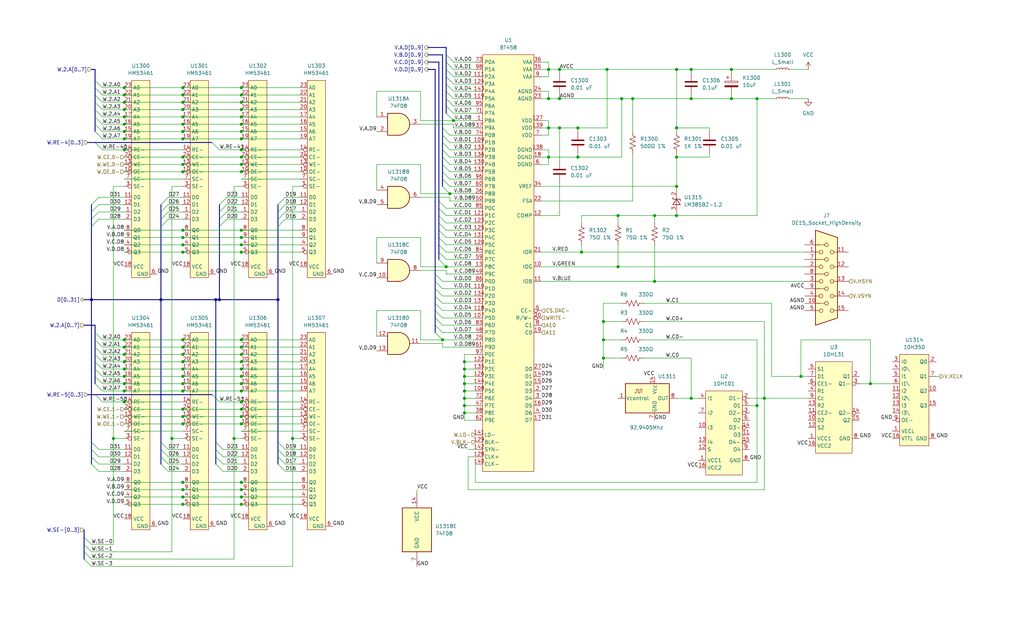
<source format=kicad_sch>
(kicad_sch (version 20250114) (generator "eeschema") (generator_version "9.0")
  (paper "USLegal")
  (junction (at 63.5 43.18))
  (junction (at 83.82 48.26))
  (junction (at 302.26 133.35))
  (junction (at 31.75 104.14))
  (junction (at 63.5 172.72))
  (junction (at 63.5 130.81))
  (junction (at 227.33 97.79))
  (junction (at 43.18 38.1))
  (junction (at 194.31 34.29))
  (junction (at 201.93 87.63))
  (junction (at 101.6 152.4))
  (junction (at 83.82 123.19))
  (junction (at 43.18 139.7))
  (junction (at 254 34.29))
  (junction (at 161.29 135.89))
  (junction (at 63.5 142.24))
  (junction (at 63.5 80.01))
  (junction (at 59.69 152.4))
  (junction (at 83.82 130.81))
  (junction (at 83.82 30.48))
  (junction (at 43.18 43.18))
  (junction (at 83.82 59.69))
  (junction (at 83.82 128.27))
  (junction (at 83.82 80.01))
  (junction (at 43.18 40.64))
  (junction (at 43.18 52.07))
  (junction (at 262.89 34.29))
  (junction (at 265.43 138.43))
  (junction (at 83.82 57.15))
  (junction (at 83.82 120.65))
  (junction (at 200.66 44.45))
  (junction (at 63.5 125.73))
  (junction (at 63.5 54.61))
  (junction (at 83.82 82.55))
  (junction (at 43.18 128.27))
  (junction (at 190.5 34.29))
  (junction (at 96.52 104.14))
  (junction (at 83.82 170.18))
  (junction (at 74.93 104.14))
  (junction (at 83.82 172.72))
  (junction (at 83.82 87.63))
  (junction (at 161.29 143.51))
  (junction (at 63.5 128.27))
  (junction (at 154.94 92.71))
  (junction (at 63.5 82.55))
  (junction (at 63.5 123.19))
  (junction (at 39.37 152.4))
  (junction (at 43.18 120.65))
  (junction (at 214.63 74.93))
  (junction (at 76.2 104.14))
  (junction (at 63.5 38.1))
  (junction (at 194.31 44.45))
  (junction (at 83.82 54.61))
  (junction (at 219.71 34.29))
  (junction (at 234.95 44.45))
  (junction (at 83.82 35.56))
  (junction (at 81.28 152.4))
  (junction (at 83.82 85.09))
  (junction (at 43.18 133.35))
  (junction (at 156.21 67.31))
  (junction (at 63.5 144.78))
  (junction (at 63.5 45.72))
  (junction (at 83.82 133.35))
  (junction (at 63.5 85.09))
  (junction (at 83.82 139.7))
  (junction (at 210.82 24.13))
  (junction (at 63.5 147.32))
  (junction (at 161.29 140.97))
  (junction (at 63.5 33.02))
  (junction (at 161.29 128.27))
  (junction (at 190.5 24.13))
  (junction (at 278.13 130.81))
  (junction (at 254 24.13))
  (junction (at 43.18 35.56))
  (junction (at 63.5 57.15))
  (junction (at 83.82 125.73))
  (junction (at 240.03 138.43))
  (junction (at 161.29 125.73))
  (junction (at 234.95 54.61))
  (junction (at 161.29 130.81))
  (junction (at 43.18 30.48))
  (junction (at 83.82 43.18))
  (junction (at 83.82 175.26))
  (junction (at 63.5 167.64))
  (junction (at 194.31 24.13))
  (junction (at 83.82 142.24))
  (junction (at 190.5 54.61))
  (junction (at 240.03 34.29))
  (junction (at 55.88 104.14))
  (junction (at 227.33 74.93))
  (junction (at 200.66 54.61))
  (junction (at 63.5 135.89))
  (junction (at 63.5 48.26))
  (junction (at 63.5 118.11))
  (junction (at 190.5 44.45))
  (junction (at 161.29 133.35))
  (junction (at 234.95 24.13))
  (junction (at 214.63 92.71))
  (junction (at 215.9 34.29))
  (junction (at 43.18 33.02))
  (junction (at 63.5 40.64))
  (junction (at 43.18 48.26))
  (junction (at 43.18 118.11))
  (junction (at 161.29 138.43))
  (junction (at 83.82 118.11))
  (junction (at 157.48 41.91))
  (junction (at 83.82 33.02))
  (junction (at 234.95 74.93))
  (junction (at 43.18 125.73))
  (junction (at 83.82 167.64))
  (junction (at 83.82 38.1))
  (junction (at 63.5 35.56))
  (junction (at 209.55 124.46))
  (junction (at 43.18 135.89))
  (junction (at 83.82 40.64))
  (junction (at 43.18 130.81))
  (junction (at 63.5 30.48))
  (junction (at 83.82 45.72))
  (junction (at 63.5 170.18))
  (junction (at 63.5 87.63))
  (junction (at 83.82 52.07))
  (junction (at 63.5 59.69))
  (junction (at 83.82 135.89))
  (junction (at 63.5 175.26))
  (junction (at 63.5 133.35))
  (junction (at 43.18 45.72))
  (junction (at 234.95 64.77))
  (junction (at 209.55 118.11))
  (junction (at 262.89 140.97))
  (junction (at 83.82 144.78))
  (junction (at 63.5 120.65))
  (junction (at 153.67 118.11))
  (junction (at 83.82 147.32))
  (junction (at 209.55 111.76))
  (junction (at 43.18 123.19))
  (junction (at 240.03 24.13))
  (bus_entry (at 33.02 40.64) (size 2.54 2.54))
  (bus_entry (at 153.67 44.45) (size 2.54 2.54))
  (bus_entry (at 55.88 156.21) (size 2.54 2.54))
  (bus_entry (at 154.94 34.29) (size 2.54 2.54))
  (bus_entry (at 29.21 191.77) (size 2.54 2.54))
  (bus_entry (at 96.52 76.2) (size 2.54 -2.54))
  (bus_entry (at 152.4 80.01) (size 2.54 2.54))
  (bus_entry (at 33.02 43.18) (size 2.54 2.54))
  (bus_entry (at 55.88 78.74) (size 2.54 -2.54))
  (bus_entry (at 154.94 19.05) (size 2.54 2.54))
  (bus_entry (at 33.02 118.11) (size 2.54 2.54))
  (bus_entry (at 33.02 133.35) (size 2.54 2.54))
  (bus_entry (at 29.21 194.31) (size 2.54 2.54))
  (bus_entry (at 151.13 113.03) (size 2.54 2.54))
  (bus_entry (at 151.13 102.87) (size 2.54 2.54))
  (bus_entry (at 31.75 156.21) (size 2.54 2.54))
  (bus_entry (at 152.4 74.93) (size 2.54 2.54))
  (bus_entry (at 33.02 45.72) (size 2.54 2.54))
  (bus_entry (at 33.02 49.53) (size 2.54 2.54))
  (bus_entry (at 55.88 76.2) (size 2.54 -2.54))
  (bus_entry (at 154.94 26.67) (size 2.54 2.54))
  (bus_entry (at 31.75 71.12) (size 2.54 -2.54))
  (bus_entry (at 151.13 105.41) (size 2.54 2.54))
  (bus_entry (at 152.4 90.17) (size 2.54 2.54))
  (bus_entry (at 154.94 31.75) (size 2.54 2.54))
  (bus_entry (at 96.52 156.21) (size 2.54 2.54))
  (bus_entry (at 33.02 38.1) (size 2.54 2.54))
  (bus_entry (at 153.67 52.07) (size 2.54 2.54))
  (bus_entry (at 31.75 158.75) (size 2.54 2.54))
  (bus_entry (at 153.67 59.69) (size 2.54 2.54))
  (bus_entry (at 74.93 153.67) (size 2.54 2.54))
  (bus_entry (at 33.02 128.27) (size 2.54 2.54))
  (bus_entry (at 29.21 186.69) (size 2.54 2.54))
  (bus_entry (at 151.13 107.95) (size 2.54 2.54))
  (bus_entry (at 151.13 100.33) (size 2.54 2.54))
  (bus_entry (at 152.4 82.55) (size 2.54 2.54))
  (bus_entry (at 31.75 73.66) (size 2.54 -2.54))
  (bus_entry (at 31.75 153.67) (size 2.54 2.54))
  (bus_entry (at 151.13 95.25) (size 2.54 2.54))
  (bus_entry (at 76.2 76.2) (size 2.54 -2.54))
  (bus_entry (at 151.13 115.57) (size 2.54 2.54))
  (bus_entry (at 33.02 33.02) (size 2.54 2.54))
  (bus_entry (at 55.88 153.67) (size 2.54 2.54))
  (bus_entry (at 154.94 24.13) (size 2.54 2.54))
  (bus_entry (at 33.02 35.56) (size 2.54 2.54))
  (bus_entry (at 31.75 76.2) (size 2.54 -2.54))
  (bus_entry (at 152.4 77.47) (size 2.54 2.54))
  (bus_entry (at 76.2 71.12) (size 2.54 -2.54))
  (bus_entry (at 153.67 46.99) (size 2.54 2.54))
  (bus_entry (at 153.67 62.23) (size 2.54 2.54))
  (bus_entry (at 55.88 158.75) (size 2.54 2.54))
  (bus_entry (at 154.94 39.37) (size 2.54 2.54))
  (bus_entry (at 73.66 49.53) (size 2.54 2.54))
  (bus_entry (at 154.94 21.59) (size 2.54 2.54))
  (bus_entry (at 31.75 78.74) (size 2.54 -2.54))
  (bus_entry (at 31.75 161.29) (size 2.54 2.54))
  (bus_entry (at 33.02 115.57) (size 2.54 2.54))
  (bus_entry (at 33.02 30.48) (size 2.54 2.54))
  (bus_entry (at 55.88 71.12) (size 2.54 -2.54))
  (bus_entry (at 29.21 189.23) (size 2.54 2.54))
  (bus_entry (at 74.93 161.29) (size 2.54 2.54))
  (bus_entry (at 153.67 64.77) (size 2.54 2.54))
  (bus_entry (at 33.02 137.16) (size 2.54 2.54))
  (bus_entry (at 152.4 72.39) (size 2.54 2.54))
  (bus_entry (at 55.88 73.66) (size 2.54 -2.54))
  (bus_entry (at 96.52 153.67) (size 2.54 2.54))
  (bus_entry (at 153.67 57.15) (size 2.54 2.54))
  (bus_entry (at 33.02 130.81) (size 2.54 2.54))
  (bus_entry (at 154.94 36.83) (size 2.54 2.54))
  (bus_entry (at 33.02 27.94) (size 2.54 2.54))
  (bus_entry (at 33.02 120.65) (size 2.54 2.54))
  (bus_entry (at 76.2 73.66) (size 2.54 -2.54))
  (bus_entry (at 74.93 156.21) (size 2.54 2.54))
  (bus_entry (at 96.52 71.12) (size 2.54 -2.54))
  (bus_entry (at 74.93 158.75) (size 2.54 2.54))
  (bus_entry (at 152.4 69.85) (size 2.54 2.54))
  (bus_entry (at 96.52 73.66) (size 2.54 -2.54))
  (bus_entry (at 96.52 78.74) (size 2.54 -2.54))
  (bus_entry (at 55.88 161.29) (size 2.54 2.54))
  (bus_entry (at 151.13 110.49) (size 2.54 2.54))
  (bus_entry (at 152.4 87.63) (size 2.54 2.54))
  (bus_entry (at 96.52 161.29) (size 2.54 2.54))
  (bus_entry (at 152.4 85.09) (size 2.54 2.54))
  (bus_entry (at 73.66 137.16) (size 2.54 2.54))
  (bus_entry (at 151.13 97.79) (size 2.54 2.54))
  (bus_entry (at 153.67 54.61) (size 2.54 2.54))
  (bus_entry (at 96.52 158.75) (size 2.54 2.54))
  (bus_entry (at 33.02 123.19) (size 2.54 2.54))
  (bus_entry (at 153.67 49.53) (size 2.54 2.54))
  (bus_entry (at 76.2 78.74) (size 2.54 -2.54))
  (bus_entry (at 33.02 125.73) (size 2.54 2.54))
  (bus_entry (at 154.94 29.21) (size 2.54 2.54))
  (wire (pts (xy 194.31 33.02) (xy 194.31 34.29)))
  (wire (pts (xy 63.5 38.1) (xy 83.82 38.1)))
  (wire (pts (xy 99.06 76.2) (xy 104.14 76.2)))
  (wire (pts (xy 161.29 143.51) (xy 161.29 146.05)))
  (bus (pts (xy 55.88 78.74) (xy 55.88 104.14)))
  (wire (pts (xy 63.5 170.18) (xy 83.82 170.18)))
  (wire (pts (xy 260.35 140.97) (xy 262.89 140.97)))
  (wire (pts (xy 35.56 118.11) (xy 43.18 118.11)))
  (wire (pts (xy 240.03 138.43) (xy 242.57 138.43)))
  (bus (pts (xy 29.21 186.69) (xy 29.21 184.15)))
  (wire (pts (xy 254 33.02) (xy 254 34.29)))
  (wire (pts (xy 156.21 59.69) (xy 165.1 59.69)))
  (wire (pts (xy 43.18 123.19) (xy 63.5 123.19)))
  (wire (pts (xy 190.5 46.99) (xy 187.96 46.99)))
  (wire (pts (xy 83.82 133.35) (xy 104.14 133.35)))
  (wire (pts (xy 146.05 57.15) (xy 130.81 57.15)))
  (wire (pts (xy 81.28 152.4) (xy 81.28 64.77)))
  (wire (pts (xy 83.82 144.78) (xy 104.14 144.78)))
  (wire (pts (xy 227.33 97.79) (xy 227.33 85.09)))
  (wire (pts (xy 83.82 62.23) (xy 104.14 62.23)))
  (wire (pts (xy 262.89 140.97) (xy 262.89 118.11)))
  (wire (pts (xy 83.82 135.89) (xy 104.14 135.89)))
  (wire (pts (xy 83.82 175.26) (xy 104.14 175.26)))
  (bus (pts (xy 151.13 24.13) (xy 148.59 24.13)))
  (wire (pts (xy 43.18 40.64) (xy 63.5 40.64)))
  (wire (pts (xy 146.05 92.71) (xy 146.05 82.55)))
  (wire (pts (xy 187.96 31.75) (xy 190.5 31.75)))
  (wire (pts (xy 227.33 74.93) (xy 227.33 77.47)))
  (wire (pts (xy 83.82 128.27) (xy 104.14 128.27)))
  (bus (pts (xy 33.02 38.1) (xy 33.02 35.56)))
  (bus (pts (xy 29.21 104.14) (xy 31.75 104.14)))
  (wire (pts (xy 43.18 33.02) (xy 63.5 33.02)))
  (bus (pts (xy 154.94 21.59) (xy 154.94 19.05)))
  (wire (pts (xy 43.18 43.18) (xy 63.5 43.18)))
  (wire (pts (xy 157.48 34.29) (xy 165.1 34.29)))
  (wire (pts (xy 63.5 175.26) (xy 83.82 175.26)))
  (wire (pts (xy 43.18 139.7) (xy 63.5 139.7)))
  (wire (pts (xy 190.5 52.07) (xy 190.5 54.61)))
  (wire (pts (xy 83.82 43.18) (xy 104.14 43.18)))
  (wire (pts (xy 63.5 123.19) (xy 83.82 123.19)))
  (bus (pts (xy 151.13 105.41) (xy 151.13 102.87)))
  (wire (pts (xy 144.78 170.18) (xy 144.78 171.45)))
  (wire (pts (xy 153.67 113.03) (xy 165.1 113.03)))
  (wire (pts (xy 154.94 77.47) (xy 165.1 77.47)))
  (wire (pts (xy 194.31 24.13) (xy 210.82 24.13)))
  (wire (pts (xy 254 24.13) (xy 269.24 24.13)))
  (bus (pts (xy 154.94 19.05) (xy 154.94 16.51)))
  (wire (pts (xy 156.21 67.31) (xy 146.05 67.31)))
  (wire (pts (xy 63.5 130.81) (xy 83.82 130.81)))
  (wire (pts (xy 265.43 138.43) (xy 265.43 111.76)))
  (bus (pts (xy 30.48 137.16) (xy 33.02 137.16)))
  (bus (pts (xy 153.67 59.69) (xy 153.67 57.15)))
  (wire (pts (xy 63.5 40.64) (xy 83.82 40.64)))
  (wire (pts (xy 35.56 33.02) (xy 43.18 33.02)))
  (wire (pts (xy 58.42 76.2) (xy 63.5 76.2)))
  (wire (pts (xy 58.42 161.29) (xy 63.5 161.29)))
  (bus (pts (xy 76.2 76.2) (xy 76.2 78.74)))
  (bus (pts (xy 55.88 158.75) (xy 55.88 156.21)))
  (wire (pts (xy 187.96 97.79) (xy 227.33 97.79)))
  (wire (pts (xy 154.94 92.71) (xy 165.1 92.71)))
  (wire (pts (xy 156.21 52.07) (xy 165.1 52.07)))
  (bus (pts (xy 33.02 33.02) (xy 33.02 30.48)))
  (wire (pts (xy 201.93 87.63) (xy 279.4 87.63)))
  (wire (pts (xy 43.18 120.65) (xy 63.5 120.65)))
  (wire (pts (xy 153.67 118.11) (xy 146.05 118.11)))
  (wire (pts (xy 83.82 142.24) (xy 104.14 142.24)))
  (bus (pts (xy 151.13 100.33) (xy 151.13 97.79)))
  (wire (pts (xy 59.69 152.4) (xy 59.69 64.77)))
  (wire (pts (xy 262.89 74.93) (xy 262.89 34.29)))
  (wire (pts (xy 43.18 175.26) (xy 63.5 175.26)))
  (bus (pts (xy 76.2 73.66) (xy 76.2 76.2)))
  (bus (pts (xy 31.75 78.74) (xy 31.75 104.14)))
  (wire (pts (xy 161.29 140.97) (xy 161.29 143.51)))
  (wire (pts (xy 43.18 144.78) (xy 63.5 144.78)))
  (wire (pts (xy 240.03 34.29) (xy 254 34.29)))
  (wire (pts (xy 156.21 49.53) (xy 165.1 49.53)))
  (bus (pts (xy 55.88 161.29) (xy 55.88 158.75)))
  (wire (pts (xy 240.03 33.02) (xy 240.03 34.29)))
  (wire (pts (xy 161.29 128.27) (xy 165.1 128.27)))
  (wire (pts (xy 83.82 87.63) (xy 104.14 87.63)))
  (wire (pts (xy 325.12 130.81) (xy 326.39 130.81)))
  (wire (pts (xy 157.48 36.83) (xy 165.1 36.83)))
  (wire (pts (xy 200.66 44.45) (xy 210.82 44.45)))
  (bus (pts (xy 33.02 125.73) (xy 33.02 123.19)))
  (bus (pts (xy 154.94 39.37) (xy 154.94 36.83)))
  (wire (pts (xy 210.82 24.13) (xy 234.95 24.13)))
  (wire (pts (xy 146.05 43.18) (xy 157.48 43.18)))
  (wire (pts (xy 35.56 35.56) (xy 43.18 35.56)))
  (bus (pts (xy 151.13 113.03) (xy 151.13 110.49)))
  (bus (pts (xy 33.02 133.35) (xy 33.02 130.81)))
  (wire (pts (xy 35.56 133.35) (xy 43.18 133.35)))
  (wire (pts (xy 43.18 52.07) (xy 63.5 52.07)))
  (bus (pts (xy 55.88 104.14) (xy 55.88 153.67)))
  (wire (pts (xy 161.29 128.27) (xy 161.29 130.81)))
  (bus (pts (xy 152.4 72.39) (xy 152.4 74.93)))
  (wire (pts (xy 31.75 189.23) (xy 39.37 189.23)))
  (wire (pts (xy 219.71 69.85) (xy 219.71 53.34)))
  (wire (pts (xy 240.03 124.46) (xy 223.52 124.46)))
  (wire (pts (xy 35.56 128.27) (xy 43.18 128.27)))
  (wire (pts (xy 200.66 54.61) (xy 215.9 54.61)))
  (wire (pts (xy 43.18 142.24) (xy 63.5 142.24)))
  (wire (pts (xy 161.29 130.81) (xy 161.29 133.35)))
  (wire (pts (xy 63.5 45.72) (xy 83.82 45.72)))
  (bus (pts (xy 96.52 156.21) (xy 96.52 158.75)))
  (wire (pts (xy 63.5 85.09) (xy 83.82 85.09)))
  (wire (pts (xy 161.29 143.51) (xy 165.1 143.51)))
  (wire (pts (xy 130.81 82.55) (xy 130.81 91.44)))
  (bus (pts (xy 33.02 118.11) (xy 33.02 115.57)))
  (wire (pts (xy 234.95 74.93) (xy 234.95 73.66)))
  (wire (pts (xy 130.81 31.75) (xy 130.81 40.64)))
  (wire (pts (xy 190.5 54.61) (xy 200.66 54.61)))
  (wire (pts (xy 153.67 100.33) (xy 165.1 100.33)))
  (wire (pts (xy 77.47 158.75) (xy 83.82 158.75)))
  (bus (pts (xy 96.52 104.14) (xy 96.52 153.67)))
  (wire (pts (xy 99.06 73.66) (xy 104.14 73.66)))
  (wire (pts (xy 161.29 133.35) (xy 161.29 135.89)))
  (bus (pts (xy 153.67 64.77) (xy 153.67 62.23)))
  (wire (pts (xy 76.2 139.7) (xy 83.82 139.7)))
  (wire (pts (xy 157.48 43.18) (xy 157.48 44.45)))
  (bus (pts (xy 152.4 77.47) (xy 152.4 80.01)))
  (wire (pts (xy 234.95 44.45) (xy 234.95 45.72)))
  (wire (pts (xy 83.82 45.72) (xy 104.14 45.72)))
  (wire (pts (xy 43.18 57.15) (xy 63.5 57.15)))
  (wire (pts (xy 83.82 30.48) (xy 104.14 30.48)))
  (wire (pts (xy 240.03 138.43) (xy 240.03 124.46)))
  (wire (pts (xy 83.82 130.81) (xy 104.14 130.81)))
  (wire (pts (xy 156.21 62.23) (xy 165.1 62.23)))
  (bus (pts (xy 154.94 29.21) (xy 154.94 26.67)))
  (bus (pts (xy 151.13 107.95) (xy 151.13 105.41)))
  (wire (pts (xy 187.96 41.91) (xy 190.5 41.91)))
  (wire (pts (xy 35.56 40.64) (xy 43.18 40.64)))
  (bus (pts (xy 152.4 74.93) (xy 152.4 77.47)))
  (wire (pts (xy 201.93 74.93) (xy 214.63 74.93)))
  (wire (pts (xy 146.05 118.11) (xy 146.05 107.95)))
  (bus (pts (xy 153.67 19.05) (xy 148.59 19.05)))
  (bus (pts (xy 74.93 104.14) (xy 74.93 153.67)))
  (wire (pts (xy 146.05 107.95) (xy 130.81 107.95)))
  (wire (pts (xy 157.48 41.91) (xy 165.1 41.91)))
  (wire (pts (xy 200.66 45.72) (xy 200.66 44.45)))
  (wire (pts (xy 63.5 135.89) (xy 83.82 135.89)))
  (wire (pts (xy 240.03 24.13) (xy 240.03 25.4)))
  (bus (pts (xy 31.75 73.66) (xy 31.75 76.2)))
  (wire (pts (xy 153.67 97.79) (xy 165.1 97.79)))
  (wire (pts (xy 153.67 105.41) (xy 165.1 105.41)))
  (wire (pts (xy 83.82 48.26) (xy 104.14 48.26)))
  (bus (pts (xy 151.13 110.49) (xy 151.13 107.95)))
  (wire (pts (xy 35.56 125.73) (xy 43.18 125.73)))
  (wire (pts (xy 267.97 105.41) (xy 267.97 130.81)))
  (wire (pts (xy 265.43 170.18) (xy 265.43 138.43)))
  (wire (pts (xy 101.6 64.77) (xy 104.14 64.77)))
  (wire (pts (xy 153.67 115.57) (xy 165.1 115.57)))
  (wire (pts (xy 83.82 80.01) (xy 104.14 80.01)))
  (wire (pts (xy 215.9 105.41) (xy 209.55 105.41)))
  (wire (pts (xy 81.28 152.4) (xy 83.82 152.4)))
  (bus (pts (xy 154.94 31.75) (xy 154.94 29.21)))
  (wire (pts (xy 34.29 68.58) (xy 43.18 68.58)))
  (bus (pts (xy 154.94 16.51) (xy 148.59 16.51)))
  (wire (pts (xy 83.82 123.19) (xy 104.14 123.19)))
  (wire (pts (xy 210.82 44.45) (xy 210.82 24.13)))
  (wire (pts (xy 43.18 172.72) (xy 63.5 172.72)))
  (wire (pts (xy 190.5 21.59) (xy 187.96 21.59)))
  (wire (pts (xy 43.18 149.86) (xy 63.5 149.86)))
  (wire (pts (xy 99.06 161.29) (xy 104.14 161.29)))
  (wire (pts (xy 234.95 44.45) (xy 246.38 44.45)))
  (wire (pts (xy 63.5 59.69) (xy 83.82 59.69)))
  (wire (pts (xy 194.31 44.45) (xy 200.66 44.45)))
  (wire (pts (xy 234.95 138.43) (xy 240.03 138.43)))
  (bus (pts (xy 154.94 26.67) (xy 154.94 24.13)))
  (wire (pts (xy 165.1 123.19) (xy 161.29 123.19)))
  (wire (pts (xy 278.13 118.11) (xy 278.13 130.81)))
  (wire (pts (xy 190.5 54.61) (xy 190.5 57.15)))
  (wire (pts (xy 154.94 80.01) (xy 165.1 80.01)))
  (wire (pts (xy 161.29 130.81) (xy 165.1 130.81)))
  (wire (pts (xy 214.63 74.93) (xy 227.33 74.93)))
  (wire (pts (xy 34.29 73.66) (xy 43.18 73.66)))
  (wire (pts (xy 165.1 167.64) (xy 262.89 167.64)))
  (wire (pts (xy 165.1 158.75) (xy 162.56 158.75)))
  (wire (pts (xy 278.13 130.81) (xy 280.67 130.81)))
  (wire (pts (xy 298.45 133.35) (xy 302.26 133.35)))
  (wire (pts (xy 187.96 74.93) (xy 194.31 74.93)))
  (wire (pts (xy 209.55 118.11) (xy 215.9 118.11)))
  (wire (pts (xy 194.31 24.13) (xy 194.31 25.4)))
  (wire (pts (xy 161.29 133.35) (xy 165.1 133.35)))
  (wire (pts (xy 77.47 156.21) (xy 83.82 156.21)))
  (wire (pts (xy 63.5 120.65) (xy 83.82 120.65)))
  (wire (pts (xy 302.26 118.11) (xy 278.13 118.11)))
  (wire (pts (xy 31.75 191.77) (xy 59.69 191.77)))
  (wire (pts (xy 63.5 35.56) (xy 83.82 35.56)))
  (wire (pts (xy 214.63 92.71) (xy 279.4 92.71)))
  (wire (pts (xy 146.05 119.38) (xy 153.67 119.38)))
  (bus (pts (xy 74.93 158.75) (xy 74.93 156.21)))
  (wire (pts (xy 209.55 124.46) (xy 215.9 124.46)))
  (wire (pts (xy 194.31 74.93) (xy 194.31 63.5)))
  (bus (pts (xy 152.4 80.01) (xy 152.4 82.55)))
  (wire (pts (xy 154.94 93.98) (xy 154.94 95.25)))
  (wire (pts (xy 154.94 95.25) (xy 165.1 95.25)))
  (bus (pts (xy 31.75 104.14) (xy 55.88 104.14)))
  (bus (pts (xy 96.52 104.14) (xy 76.2 104.14)))
  (bus (pts (xy 152.4 85.09) (xy 152.4 87.63)))
  (bus (pts (xy 151.13 115.57) (xy 151.13 113.03)))
  (bus (pts (xy 76.2 71.12) (xy 76.2 73.66)))
  (wire (pts (xy 157.48 39.37) (xy 165.1 39.37)))
  (wire (pts (xy 34.29 161.29) (xy 43.18 161.29)))
  (wire (pts (xy 63.5 144.78) (xy 83.82 144.78)))
  (wire (pts (xy 200.66 54.61) (xy 200.66 53.34)))
  (wire (pts (xy 302.26 133.35) (xy 302.26 118.11)))
  (wire (pts (xy 156.21 64.77) (xy 165.1 64.77)))
  (wire (pts (xy 215.9 54.61) (xy 215.9 34.29)))
  (wire (pts (xy 43.18 133.35) (xy 63.5 133.35)))
  (wire (pts (xy 154.94 87.63) (xy 165.1 87.63)))
  (wire (pts (xy 190.5 24.13) (xy 194.31 24.13)))
  (wire (pts (xy 58.42 156.21) (xy 63.5 156.21)))
  (wire (pts (xy 63.5 133.35) (xy 83.82 133.35)))
  (wire (pts (xy 227.33 74.93) (xy 234.95 74.93)))
  (wire (pts (xy 254 34.29) (xy 262.89 34.29)))
  (bus (pts (xy 74.93 104.14) (xy 76.2 104.14)))
  (wire (pts (xy 234.95 74.93) (xy 262.89 74.93)))
  (wire (pts (xy 162.56 158.75) (xy 162.56 170.18)))
  (wire (pts (xy 34.29 76.2) (xy 43.18 76.2)))
  (wire (pts (xy 43.18 130.81) (xy 63.5 130.81)))
  (wire (pts (xy 265.43 111.76) (xy 223.52 111.76)))
  (wire (pts (xy 190.5 31.75) (xy 190.5 34.29)))
  (wire (pts (xy 99.06 71.12) (xy 104.14 71.12)))
  (wire (pts (xy 154.94 72.39) (xy 165.1 72.39)))
  (wire (pts (xy 146.05 67.31) (xy 146.05 57.15)))
  (bus (pts (xy 76.2 78.74) (xy 76.2 104.14)))
  (wire (pts (xy 187.96 69.85) (xy 219.71 69.85)))
  (wire (pts (xy 35.56 30.48) (xy 43.18 30.48)))
  (bus (pts (xy 33.02 24.13) (xy 33.02 27.94)))
  (wire (pts (xy 209.55 118.11) (xy 209.55 124.46)))
  (wire (pts (xy 187.96 26.67) (xy 190.5 26.67)))
  (bus (pts (xy 74.93 158.75) (xy 74.93 161.29)))
  (wire (pts (xy 190.5 26.67) (xy 190.5 24.13)))
  (wire (pts (xy 209.55 124.46) (xy 209.55 128.27)))
  (bus (pts (xy 33.02 49.53) (xy 73.66 49.53)))
  (bus (pts (xy 55.88 73.66) (xy 55.88 76.2)))
  (wire (pts (xy 63.5 147.32) (xy 83.82 147.32)))
  (wire (pts (xy 157.48 44.45) (xy 165.1 44.45)))
  (wire (pts (xy 63.5 54.61) (xy 83.82 54.61)))
  (wire (pts (xy 130.81 107.95) (xy 130.81 116.84)))
  (wire (pts (xy 187.96 87.63) (xy 201.93 87.63)))
  (wire (pts (xy 39.37 189.23) (xy 39.37 152.4)))
  (wire (pts (xy 58.42 163.83) (xy 63.5 163.83)))
  (wire (pts (xy 234.95 66.04) (xy 234.95 64.77)))
  (wire (pts (xy 35.56 123.19) (xy 43.18 123.19)))
  (wire (pts (xy 58.42 68.58) (xy 63.5 68.58)))
  (bus (pts (xy 29.21 191.77) (xy 29.21 189.23)))
  (wire (pts (xy 43.18 128.27) (xy 63.5 128.27)))
  (wire (pts (xy 161.29 135.89) (xy 161.29 138.43)))
  (bus (pts (xy 96.52 158.75) (xy 96.52 161.29)))
  (wire (pts (xy 83.82 170.18) (xy 104.14 170.18)))
  (bus (pts (xy 33.02 128.27) (xy 33.02 125.73)))
  (wire (pts (xy 35.56 45.72) (xy 43.18 45.72)))
  (wire (pts (xy 156.21 69.85) (xy 165.1 69.85)))
  (wire (pts (xy 34.29 156.21) (xy 43.18 156.21)))
  (wire (pts (xy 156.21 67.31) (xy 165.1 67.31)))
  (wire (pts (xy 63.5 128.27) (xy 83.82 128.27)))
  (wire (pts (xy 302.26 133.35) (xy 309.88 133.35)))
  (wire (pts (xy 43.18 85.09) (xy 63.5 85.09)))
  (wire (pts (xy 153.67 110.49) (xy 165.1 110.49)))
  (bus (pts (xy 29.21 113.03) (xy 33.02 113.03)))
  (wire (pts (xy 274.32 24.13) (xy 280.67 24.13)))
  (wire (pts (xy 234.95 24.13) (xy 240.03 24.13)))
  (bus (pts (xy 96.52 78.74) (xy 96.52 104.14)))
  (wire (pts (xy 190.5 44.45) (xy 187.96 44.45)))
  (bus (pts (xy 33.02 113.03) (xy 33.02 115.57)))
  (wire (pts (xy 156.21 57.15) (xy 165.1 57.15)))
  (wire (pts (xy 43.18 170.18) (xy 63.5 170.18)))
  (wire (pts (xy 43.18 45.72) (xy 63.5 45.72)))
  (bus (pts (xy 33.02 137.16) (xy 73.66 137.16)))
  (wire (pts (xy 43.18 38.1) (xy 63.5 38.1)))
  (wire (pts (xy 209.55 111.76) (xy 209.55 118.11)))
  (bus (pts (xy 31.75 153.67) (xy 31.75 156.21)))
  (wire (pts (xy 63.5 30.48) (xy 83.82 30.48)))
  (wire (pts (xy 83.82 35.56) (xy 104.14 35.56)))
  (wire (pts (xy 187.96 92.71) (xy 214.63 92.71)))
  (wire (pts (xy 146.05 41.91) (xy 146.05 31.75)))
  (wire (pts (xy 101.6 196.85) (xy 101.6 152.4)))
  (wire (pts (xy 77.47 161.29) (xy 83.82 161.29)))
  (wire (pts (xy 35.56 139.7) (xy 43.18 139.7)))
  (wire (pts (xy 83.82 40.64) (xy 104.14 40.64)))
  (wire (pts (xy 59.69 64.77) (xy 63.5 64.77)))
  (wire (pts (xy 209.55 111.76) (xy 215.9 111.76)))
  (bus (pts (xy 55.88 153.67) (xy 55.88 156.21)))
  (wire (pts (xy 154.94 92.71) (xy 146.05 92.71)))
  (wire (pts (xy 130.81 57.15) (xy 130.81 66.04)))
  (wire (pts (xy 43.18 125.73) (xy 63.5 125.73)))
  (bus (pts (xy 96.52 153.67) (xy 96.52 156.21)))
  (wire (pts (xy 39.37 152.4) (xy 43.18 152.4)))
  (wire (pts (xy 43.18 59.69) (xy 63.5 59.69)))
  (wire (pts (xy 63.5 172.72) (xy 83.82 172.72)))
  (bus (pts (xy 154.94 36.83) (xy 154.94 34.29)))
  (wire (pts (xy 99.06 163.83) (xy 104.14 163.83)))
  (bus (pts (xy 31.75 156.21) (xy 31.75 158.75)))
  (wire (pts (xy 83.82 85.09) (xy 104.14 85.09)))
  (wire (pts (xy 58.42 158.75) (xy 63.5 158.75)))
  (wire (pts (xy 83.82 172.72) (xy 104.14 172.72)))
  (wire (pts (xy 58.42 73.66) (xy 63.5 73.66)))
  (wire (pts (xy 34.29 163.83) (xy 43.18 163.83)))
  (wire (pts (xy 156.21 54.61) (xy 165.1 54.61)))
  (bus (pts (xy 154.94 24.13) (xy 154.94 21.59)))
  (wire (pts (xy 35.56 120.65) (xy 43.18 120.65)))
  (wire (pts (xy 43.18 62.23) (xy 63.5 62.23)))
  (bus (pts (xy 152.4 87.63) (xy 152.4 90.17)))
  (wire (pts (xy 161.29 146.05) (xy 165.1 146.05)))
  (wire (pts (xy 83.82 125.73) (xy 104.14 125.73)))
  (wire (pts (xy 157.48 41.91) (xy 146.05 41.91)))
  (wire (pts (xy 154.94 90.17) (xy 165.1 90.17)))
  (wire (pts (xy 215.9 34.29) (xy 219.71 34.29)))
  (wire (pts (xy 190.5 24.13) (xy 187.96 24.13)))
  (bus (pts (xy 55.88 76.2) (xy 55.88 78.74)))
  (wire (pts (xy 154.94 82.55) (xy 165.1 82.55)))
  (bus (pts (xy 33.02 40.64) (xy 33.02 38.1)))
  (wire (pts (xy 234.95 54.61) (xy 246.38 54.61)))
  (wire (pts (xy 219.71 34.29) (xy 219.71 45.72)))
  (wire (pts (xy 187.96 54.61) (xy 190.5 54.61)))
  (wire (pts (xy 190.5 34.29) (xy 187.96 34.29)))
  (wire (pts (xy 234.95 64.77) (xy 187.96 64.77)))
  (wire (pts (xy 43.18 118.11) (xy 63.5 118.11)))
  (wire (pts (xy 214.63 74.93) (xy 214.63 77.47)))
  (wire (pts (xy 39.37 152.4) (xy 39.37 64.77)))
  (bus (pts (xy 153.67 54.61) (xy 153.67 52.07)))
  (wire (pts (xy 58.42 71.12) (xy 63.5 71.12)))
  (wire (pts (xy 43.18 147.32) (xy 63.5 147.32)))
  (wire (pts (xy 43.18 135.89) (xy 63.5 135.89)))
  (wire (pts (xy 63.5 87.63) (xy 83.82 87.63)))
  (wire (pts (xy 83.82 57.15) (xy 104.14 57.15)))
  (wire (pts (xy 190.5 44.45) (xy 194.31 44.45)))
  (wire (pts (xy 43.18 80.01) (xy 63.5 80.01)))
  (bus (pts (xy 33.02 43.18) (xy 33.02 40.64)))
  (wire (pts (xy 63.5 33.02) (xy 83.82 33.02)))
  (wire (pts (xy 223.52 105.41) (xy 267.97 105.41)))
  (bus (pts (xy 29.21 189.23) (xy 29.21 186.69)))
  (wire (pts (xy 265.43 138.43) (xy 280.67 138.43)))
  (bus (pts (xy 55.88 71.12) (xy 55.88 73.66)))
  (wire (pts (xy 161.29 135.89) (xy 165.1 135.89)))
  (bus (pts (xy 31.75 24.13) (xy 33.02 24.13)))
  (wire (pts (xy 31.75 194.31) (xy 81.28 194.31)))
  (wire (pts (xy 260.35 138.43) (xy 265.43 138.43)))
  (bus (pts (xy 153.67 49.53) (xy 153.67 46.99)))
  (bus (pts (xy 96.52 76.2) (xy 96.52 78.74)))
  (wire (pts (xy 161.29 123.19) (xy 161.29 125.73)))
  (wire (pts (xy 43.18 87.63) (xy 63.5 87.63)))
  (wire (pts (xy 78.74 68.58) (xy 83.82 68.58)))
  (wire (pts (xy 156.21 46.99) (xy 165.1 46.99)))
  (wire (pts (xy 162.56 170.18) (xy 265.43 170.18)))
  (bus (pts (xy 151.13 102.87) (xy 151.13 100.33)))
  (wire (pts (xy 39.37 64.77) (xy 43.18 64.77)))
  (wire (pts (xy 157.48 26.67) (xy 165.1 26.67)))
  (wire (pts (xy 246.38 54.61) (xy 246.38 53.34)))
  (wire (pts (xy 154.94 74.93) (xy 165.1 74.93)))
  (wire (pts (xy 83.82 149.86) (xy 104.14 149.86)))
  (wire (pts (xy 190.5 44.45) (xy 190.5 46.99)))
  (bus (pts (xy 33.02 35.56) (xy 33.02 33.02)))
  (wire (pts (xy 162.56 156.21) (xy 165.1 156.21)))
  (wire (pts (xy 83.82 120.65) (xy 104.14 120.65)))
  (wire (pts (xy 209.55 105.41) (xy 209.55 111.76)))
  (bus (pts (xy 153.67 62.23) (xy 153.67 59.69)))
  (wire (pts (xy 146.05 31.75) (xy 130.81 31.75)))
  (wire (pts (xy 154.94 85.09) (xy 165.1 85.09)))
  (bus (pts (xy 31.75 76.2) (xy 31.75 78.74)))
  (wire (pts (xy 43.18 30.48) (xy 63.5 30.48)))
  (wire (pts (xy 31.75 196.85) (xy 101.6 196.85)))
  (wire (pts (xy 201.93 87.63) (xy 201.93 85.09)))
  (wire (pts (xy 161.29 138.43) (xy 165.1 138.43)))
  (wire (pts (xy 63.5 125.73) (xy 83.82 125.73)))
  (wire (pts (xy 234.95 54.61) (xy 234.95 64.77)))
  (wire (pts (xy 83.82 139.7) (xy 104.14 139.7)))
  (wire (pts (xy 63.5 118.11) (xy 83.82 118.11)))
  (wire (pts (xy 35.56 52.07) (xy 43.18 52.07)))
  (wire (pts (xy 99.06 158.75) (xy 104.14 158.75)))
  (wire (pts (xy 156.21 68.58) (xy 156.21 69.85)))
  (bus (pts (xy 31.75 158.75) (xy 31.75 161.29)))
  (wire (pts (xy 35.56 43.18) (xy 43.18 43.18)))
  (wire (pts (xy 35.56 48.26) (xy 43.18 48.26)))
  (wire (pts (xy 35.56 135.89) (xy 43.18 135.89)))
  (wire (pts (xy 101.6 152.4) (xy 104.14 152.4)))
  (wire (pts (xy 157.48 29.21) (xy 165.1 29.21)))
  (wire (pts (xy 43.18 167.64) (xy 63.5 167.64)))
  (wire (pts (xy 161.29 138.43) (xy 161.29 140.97)))
  (wire (pts (xy 78.74 76.2) (xy 83.82 76.2)))
  (bus (pts (xy 152.4 21.59) (xy 152.4 69.85)))
  (bus (pts (xy 96.52 71.12) (xy 96.52 73.66)))
  (wire (pts (xy 146.05 93.98) (xy 154.94 93.98)))
  (bus (pts (xy 33.02 123.19) (xy 33.02 120.65)))
  (wire (pts (xy 262.89 118.11) (xy 223.52 118.11)))
  (wire (pts (xy 153.67 102.87) (xy 165.1 102.87)))
  (bus (pts (xy 33.02 30.48) (xy 33.02 27.94)))
  (wire (pts (xy 63.5 142.24) (xy 83.82 142.24)))
  (wire (pts (xy 59.69 191.77) (xy 59.69 152.4)))
  (bus (pts (xy 31.75 71.12) (xy 31.75 73.66)))
  (wire (pts (xy 246.38 44.45) (xy 246.38 45.72)))
  (wire (pts (xy 63.5 80.01) (xy 83.82 80.01)))
  (wire (pts (xy 267.97 130.81) (xy 278.13 130.81)))
  (wire (pts (xy 101.6 152.4) (xy 101.6 64.77)))
  (wire (pts (xy 77.47 163.83) (xy 83.82 163.83)))
  (wire (pts (xy 63.5 82.55) (xy 83.82 82.55)))
  (wire (pts (xy 146.05 68.58) (xy 156.21 68.58)))
  (wire (pts (xy 262.89 140.97) (xy 262.89 167.64)))
  (bus (pts (xy 96.52 73.66) (xy 96.52 76.2)))
  (wire (pts (xy 59.69 152.4) (xy 63.5 152.4)))
  (wire (pts (xy 190.5 24.13) (xy 190.5 21.59)))
  (wire (pts (xy 227.33 97.79) (xy 279.4 97.79)))
  (wire (pts (xy 146.05 82.55) (xy 130.81 82.55)))
  (wire (pts (xy 83.82 54.61) (xy 104.14 54.61)))
  (wire (pts (xy 153.67 119.38) (xy 153.67 120.65)))
  (wire (pts (xy 161.29 125.73) (xy 165.1 125.73)))
  (wire (pts (xy 81.28 194.31) (xy 81.28 152.4)))
  (wire (pts (xy 234.95 44.45) (xy 234.95 24.13)))
  (wire (pts (xy 35.56 130.81) (xy 43.18 130.81)))
  (wire (pts (xy 153.67 120.65) (xy 165.1 120.65)))
  (wire (pts (xy 76.2 52.07) (xy 83.82 52.07)))
  (bus (pts (xy 33.02 120.65) (xy 33.02 118.11)))
  (wire (pts (xy 35.56 38.1) (xy 43.18 38.1)))
  (wire (pts (xy 83.82 118.11) (xy 104.14 118.11)))
  (bus (pts (xy 154.94 34.29) (xy 154.94 31.75)))
  (wire (pts (xy 43.18 82.55) (xy 63.5 82.55)))
  (wire (pts (xy 83.82 38.1) (xy 104.14 38.1)))
  (wire (pts (xy 153.67 107.95) (xy 165.1 107.95)))
  (wire (pts (xy 34.29 71.12) (xy 43.18 71.12)))
  (wire (pts (xy 262.89 34.29) (xy 269.24 34.29)))
  (bus (pts (xy 151.13 95.25) (xy 151.13 24.13)))
  (wire (pts (xy 99.06 68.58) (xy 104.14 68.58)))
  (wire (pts (xy 81.28 64.77) (xy 83.82 64.77)))
  (wire (pts (xy 83.82 59.69) (xy 104.14 59.69)))
  (bus (pts (xy 152.4 82.55) (xy 152.4 85.09)))
  (bus (pts (xy 153.67 19.05) (xy 153.67 44.45)))
  (wire (pts (xy 194.31 44.45) (xy 194.31 55.88)))
  (wire (pts (xy 63.5 57.15) (xy 83.82 57.15)))
  (wire (pts (xy 214.63 92.71) (xy 214.63 85.09)))
  (wire (pts (xy 219.71 34.29) (xy 240.03 34.29)))
  (wire (pts (xy 157.48 21.59) (xy 165.1 21.59)))
  (bus (pts (xy 153.67 46.99) (xy 153.67 44.45)))
  (wire (pts (xy 165.1 167.64) (xy 165.1 161.29)))
  (bus (pts (xy 33.02 130.81) (xy 33.02 128.27)))
  (wire (pts (xy 78.74 71.12) (xy 83.82 71.12)))
  (wire (pts (xy 34.29 158.75) (xy 43.18 158.75)))
  (bus (pts (xy 55.88 104.14) (xy 74.93 104.14)))
  (wire (pts (xy 83.82 52.07) (xy 104.14 52.07)))
  (bus (pts (xy 29.21 194.31) (xy 29.21 191.77)))
  (wire (pts (xy 190.5 41.91) (xy 190.5 44.45)))
  (wire (pts (xy 78.74 73.66) (xy 83.82 73.66)))
  (wire (pts (xy 83.82 147.32) (xy 104.14 147.32)))
  (bus (pts (xy 153.67 52.07) (xy 153.67 49.53)))
  (wire (pts (xy 274.32 34.29) (xy 280.67 34.29)))
  (wire (pts (xy 240.03 24.13) (xy 254 24.13)))
  (wire (pts (xy 254 24.13) (xy 254 25.4)))
  (wire (pts (xy 99.06 156.21) (xy 104.14 156.21)))
  (wire (pts (xy 43.18 54.61) (xy 63.5 54.61)))
  (wire (pts (xy 190.5 57.15) (xy 187.96 57.15)))
  (wire (pts (xy 63.5 43.18) (xy 83.82 43.18)))
  (wire (pts (xy 83.82 33.02) (xy 104.14 33.02)))
  (wire (pts (xy 161.29 125.73) (xy 161.29 128.27)))
  (bus (pts (xy 74.93 156.21) (xy 74.93 153.67)))
  (wire (pts (xy 83.82 82.55) (xy 104.14 82.55)))
  (wire (pts (xy 161.29 140.97) (xy 165.1 140.97)))
  (bus (pts (xy 152.4 69.85) (xy 152.4 72.39)))
  (wire (pts (xy 63.5 167.64) (xy 83.82 167.64)))
  (bus (pts (xy 152.4 21.59) (xy 148.59 21.59)))
  (bus (pts (xy 153.67 57.15) (xy 153.67 54.61)))
  (wire (pts (xy 43.18 48.26) (xy 63.5 48.26)))
  (wire (pts (xy 63.5 48.26) (xy 83.82 48.26)))
  (bus (pts (xy 30.48 49.53) (xy 33.02 49.53)))
  (wire (pts (xy 201.93 77.47) (xy 201.93 74.93)))
  (bus (pts (xy 31.75 104.14) (xy 31.75 153.67)))
  (wire (pts (xy 153.67 118.11) (xy 165.1 118.11)))
  (wire (pts (xy 43.18 35.56) (xy 63.5 35.56)))
  (wire (pts (xy 157.48 31.75) (xy 165.1 31.75)))
  (bus (pts (xy 151.13 97.79) (xy 151.13 95.25)))
  (wire (pts (xy 194.31 34.29) (xy 215.9 34.29)))
  (bus (pts (xy 33.02 45.72) (xy 33.02 43.18)))
  (wire (pts (xy 187.96 52.07) (xy 190.5 52.07)))
  (wire (pts (xy 157.48 24.13) (xy 165.1 24.13)))
  (wire (pts (xy 83.82 167.64) (xy 104.14 167.64)))
  (wire (pts (xy 190.5 34.29) (xy 194.31 34.29)))
  (wire (pts (xy 234.95 54.61) (xy 234.95 53.34)))
  (label "V.B.D2" (at 163.83 52.07 180))
  (label "D16" (at 99.06 163.83 0))
  (label "AGND" (at 194.31 34.29 0))
  (label "VCC" (at 144.78 170.18 0))
  (label "V.D.D5" (at 163.83 110.49 180))
  (label "AVCC" (at 279.4 100.33 180))
  (label "D27" (at 58.42 68.58 0))
  (label "VCC" (at 227.33 130.81 180))
  (label "W.SE-1" (at 31.75 191.77 0))
  (label "V.D.D9" (at 43.18 175.26 180))
  (label "D30" (at 38.1 158.75 0))
  (label "V.B.D1" (at 163.83 49.53 180))
  (label "W.RE-40" (at 35.56 52.07 0))
  (label "VCC" (at 83.82 180.34 180))
  (label "D30" (at 187.96 143.51 0))
  (label "V.A.D3" (at 163.83 29.21 180))
  (label "V.B.D89" (at 165.1 69.85 180))
  (label "V.RED" (at 191.77 87.63 0))
  (label "D23" (at 78.74 156.21 0))
  (label "V.A.D2" (at 163.83 26.67 180))
  (label "GND" (at 325.12 152.4 0))
  (label "W.2.A5" (at 35.56 130.81 0))
  (label "V.A.D9" (at 130.81 45.72 180))
  (label "V.A.D9" (at 43.18 167.64 180))
  (label "GND" (at 144.78 196.85 0))
  (label "D16" (at 99.06 76.2 0))
  (label "D22" (at 78.74 71.12 0))
  (label "V.A.D4" (at 163.83 31.75 180))
  (label "VCC" (at 280.67 154.94 180))
  (label "D17" (at 99.06 73.66 0))
  (label "VCC" (at 242.57 162.56 180))
  (label "V.D.D0" (at 163.83 97.79 180))
  (label "D24" (at 58.42 163.83 0))
  (label "V.B.D5" (at 163.83 59.69 180))
  (label "GND" (at 115.57 182.88 0))
  (label "V.D.D4" (at 163.83 107.95 180))
  (label "V.B.D7" (at 163.83 64.77 180))
  (label "V.C.D1" (at 163.83 74.93 180))
  (label "V.D.D89" (at 165.1 120.65 180))
  (label "V.C.D5" (at 163.83 85.09 180))
  (label "V.B.D3" (at 163.83 54.61 180))
  (label "D26" (at 187.96 133.35 0))
  (label "W.RE-41" (at 76.2 52.07 0))
  (label "D26" (at 58.42 71.12 0))
  (label "D20" (at 78.74 163.83 0))
  (label "D27" (at 58.42 156.21 0))
  (label "W.2.A1" (at 35.56 33.02 0))
  (label "D19" (at 99.06 156.21 0))
  (label "D20" (at 78.74 76.2 0))
  (label "V.B.D6" (at 163.83 62.23 180))
  (label "V.B.D4" (at 163.83 57.15 180))
  (label "D28" (at 187.96 138.43 0))
  (label "V.B.D0" (at 163.83 46.99 180))
  (label "V.A.D7" (at 163.83 39.37 180))
  (label "D18" (at 99.06 158.75 0))
  (label "D29" (at 38.1 161.29 0))
  (label "V.C.D9" (at 43.18 172.72 180))
  (label "VCC" (at 104.14 92.71 180))
  (label "W.2.A7" (at 35.56 135.89 0))
  (label "V.C.D8" (at 163.83 92.71 180))
  (label "D29" (at 187.96 140.97 0))
  (label "V.A.D1" (at 163.83 24.13 180))
  (label "V.A.D5" (at 163.83 34.29 180))
  (label "D18" (at 99.06 71.12 0))
  (label "V.D.D6" (at 163.83 113.03 180))
  (label "V.A.D8" (at 163.83 41.91 180))
  (label "V.C.D3" (at 163.83 80.01 180))
  (label "W.C0+" (at 231.14 111.76 0))
  (label "W.2.A7" (at 35.56 48.26 0))
  (label "V.D.D1" (at 163.83 100.33 180))
  (label "V.C.D2" (at 163.83 77.47 180))
  (label "V.B.D8" (at 43.18 82.55 180))
  (label "D31" (at 187.96 146.05 0))
  (label "VCC" (at 63.5 180.34 180))
  (label "V.C.D89" (at 165.1 95.25 180))
  (label "V.C.D8" (at 43.18 85.09 180))
  (label "V.B.D8" (at 163.83 67.31 180))
  (label "D25" (at 58.42 161.29 0))
  (label "D23" (at 78.74 68.58 0))
  (label "V.C.D0" (at 163.83 72.39 180))
  (label "D28" (at 38.1 76.2 0))
  (label "V.A.D0" (at 163.83 21.59 180))
  (label "W.2.A5" (at 35.56 43.18 0))
  (label "W.C1" (at 231.14 105.41 0))
  (label "VCC" (at 309.88 152.4 180))
  (label "W.2.A4" (at 35.56 128.27 0))
  (label "W.2.A2" (at 35.56 35.56 0))
  (label "D31" (at 38.1 156.21 0))
  (label "VCC" (at 83.82 92.71 180))
  (label "W.C0-" (at 231.14 118.11 0))
  (label "V.B.D9" (at 43.18 170.18 180))
  (label "V.C.D9" (at 130.81 96.52 180))
  (label "V.C.D7" (at 163.83 90.17 180))
  (label "V.D.D8" (at 163.83 118.11 180))
  (label "W.2.A3" (at 35.56 125.73 0))
  (label "V.D.D2" (at 163.83 102.87 180))
  (label "W.2.A6" (at 35.56 133.35 0))
  (label "W.SE-2" (at 31.75 194.31 0))
  (label "D27" (at 187.96 135.89 0))
  (label "D22" (at 78.74 158.75 0))
  (label "W.C0" (at 231.14 124.46 0))
  (label "W.RE-50" (at 35.56 139.7 0))
  (label "W.2.A0" (at 35.56 118.11 0))
  (label "VCC" (at 43.18 92.71 180))
  (label "GND" (at 115.57 95.25 0))
  (label "V.BLUE" (at 191.77 97.79 0))
  (label "W.2.A1" (at 35.56 120.65 0))
  (label "D19" (at 99.06 68.58 0))
  (label "W.2.A2" (at 35.56 123.19 0))
  (label "AGND" (at 279.4 107.95 180))
  (label "D29" (at 38.1 73.66 0))
  (label "VCC" (at 104.14 180.34 180))
  (label "GND" (at 309.88 146.05 180))
  (label "GND" (at 95.25 182.88 0))
  (label "AGND" (at 279.4 105.41 180))
  (label "V.A.D8" (at 43.18 80.01 180))
  (label "GND" (at 74.93 182.88 0))
  (label "D17" (at 99.06 161.29 0))
  (label "V.B.D9" (at 130.81 71.12 180))
  (label "V.C.D6" (at 163.83 87.63 180))
  (label "GND" (at 54.61 95.25 0))
  (label "W.SE-0" (at 31.75 189.23 0))
  (label "GND" (at 161.29 146.05 180))
  (label "VCC" (at 63.5 92.71 180))
  (label "D26" (at 58.42 158.75 0))
  (label "D30" (at 38.1 71.12 0))
  (label "GND" (at 227.33 146.05 0))
  (label "GND" (at 95.25 95.25 0))
  (label "D24" (at 58.42 76.2 0))
  (label "W.2.A0" (at 35.56 30.48 0))
  (label "V.A.D89" (at 165.1 44.45 180))
  (label "VCC" (at 43.18 180.34 180))
  (label "V.D.D7" (at 163.83 115.57 180))
  (label "D31" (at 38.1 68.58 0))
  (label "V.C.D4" (at 163.83 82.55 180))
  (label "D21" (at 78.74 161.29 0))
  (label "D25" (at 58.42 73.66 0))
  (label "GND" (at 209.55 128.27 180))
  (label "W.2.A6" (at 35.56 45.72 0))
  (label "GND" (at 260.35 160.02 0))
  (label "GND" (at 54.61 182.88 0))
  (label "D28" (at 38.1 163.83 0))
  (label "GND" (at 298.45 152.4 0))
  (label "V.D.D9" (at 130.81 121.92 180))
  (label "W.SE-3" (at 31.75 196.85 0))
  (label "W.RE-51" (at 76.2 139.7 0))
  (label "D24" (at 187.96 128.27 0))
  (label "D25" (at 187.96 130.81 0))
  (label "V.A.D6" (at 163.83 36.83 180))
  (label "W.2.A4" (at 35.56 40.64 0))
  (label "W.2.A3" (at 35.56 38.1 0))
  (label "GND" (at 74.93 95.25 0))
  (label "V.GREEN" (at 191.77 92.71 0))
  (label "V.D.D3" (at 163.83 105.41 180))
  (label "D21" (at 78.74 73.66 0))
  (label "VCC" (at 162.56 156.21 180))
  (label "V.D.D8" (at 43.18 87.63 180))
  (label "AVCC" (at 194.31 24.13 0))
  (hierarchical_label "D[0..31]" (shape bidirectional) (at 29.21 104.14 180))
  (hierarchical_label "W.CE.0-" (shape input) (at 43.18 54.61 180))
  (hierarchical_label "W.OE.0-" (shape input) (at 43.18 59.69 180))
  (hierarchical_label "WRITE-" (shape input) (at 187.96 110.49 0))
  (hierarchical_label "W.2.A[0..7]" (shape input) (at 31.75 24.13 180))
  (hierarchical_label "W.LD-" (shape input) (at 165.1 151.13 180))
  (hierarchical_label "W.RE-4[0..3]" (shape input) (at 30.48 49.53 180))
  (hierarchical_label "W.WE.1-" (shape input) (at 43.18 144.78 180))
  (hierarchical_label "V.XCLK" (shape output) (at 326.39 130.81 0))
  (hierarchical_label "V.BLK-" (shape input) (at 165.1 153.67 180))
  (hierarchical_label "V.HSYN" (shape input) (at 294.64 97.79 0))
  (hierarchical_label "W.SE-[0..3]" (shape input) (at 29.21 184.15 180))
  (hierarchical_label "V.A.D[0..9]" (shape output) (at 148.59 16.51 180))
  (hierarchical_label "W.2.A[0..7]" (shape input) (at 29.21 113.03 180))
  (hierarchical_label "W.CE.1-" (shape input) (at 43.18 142.24 180))
  (hierarchical_label "V.D.D[0..9]" (shape output) (at 148.59 24.13 180))
  (hierarchical_label "V.B.D[0..9]" (shape output) (at 148.59 19.05 180))
  (hierarchical_label "A10" (shape input) (at 187.96 113.03 0))
  (hierarchical_label "W.OE.1-" (shape input) (at 43.18 147.32 180))
  (hierarchical_label "V.VSYN" (shape input) (at 294.64 102.87 0))
  (hierarchical_label "A11" (shape input) (at 187.96 115.57 0))
  (hierarchical_label "V.C.D[0..9]" (shape output) (at 148.59 21.59 180))
  (hierarchical_label "CS.DAC-" (shape input) (at 187.96 107.95 0))
  (hierarchical_label "W.WE.0-" (shape input) (at 43.18 57.15 180))
  (hierarchical_label "W.RE-5[0..3]" (shape input) (at 30.48 137.16 180))
  (symbol (lib_id "cg4:HM53461") (at 68.58 114.3 0) (unit 1)
    (property "Reference" "U1305" (at 69.215 110.49 0))
    (property "Value" "HM53461" (at 69.215 113.03 0))
    (property "Footprint" "cg4:ZIP_24" (effects (hide yes)))
  )
  (symbol (lib_id "74xx:74LS08") (at 138.43 119.38 0) (unit 4)
    (property "Reference" "U1318" (at 138.4217 110.49 0))
    (property "Value" "74F08" (at 138.4217 113.03 0))
    (property "Datasheet" "http://www.ti.com/lit/gpn/sn74LS08" (effects (hide yes)))
    (property "Description" "Quad And2" (effects (hide yes)))
  )
  (symbol (lib_id "cg4:HM53461") (at 88.9 114.3 0) (unit 1)
    (property "Reference" "U1306" (at 89.535 110.49 0))
    (property "Value" "HM53461" (at 89.535 113.03 0))
    (property "Footprint" "cg4:ZIP_24" (effects (hide yes)))
  )
  (symbol (lib_id "Device:R_US") (at 201.93 81.28 0) (unit 1)
    (property "Reference" "R1302" (at 204.47 80.0099 0) (effects (justify left)))
    (property "Value" "75Ω 1%" (at 204.47 82.5499 0) (effects (justify left)))
    (property "Description" "Resistor, US symbol" (effects (hide yes)))
  )
  (symbol (lib_id "cg4:BT458") (at 177.8 16.51 0) (unit 1)
    (property "Reference" "U1" (at 176.53 13.97 0))
    (property "Value" "BT458" (at 176.53 16.51 0))
    (property "Footprint" "cg4:PGA_84_Pin" (effects (hide yes)))
  )
  (symbol (lib_id "power:GND") (at 280.67 34.29 0) (unit 1)
    (property "Reference" "#PWR03" (effects (hide yes)))
    (property "Value" "GND" (at 280.67 39.37 0))
    (property "Description" "Power symbol creates a global label with name \"GND\" , ground" (effects (hide yes)))
  )
  (symbol (lib_id "Device:L_Small") (at 271.78 34.29 90) (unit 1)
    (property "Reference" "L1301" (at 271.78 29.21 90))
    (property "Value" "L_Small" (at 271.78 31.75 90))
    (property "Description" "Inductor, small symbol" (effects (hide yes)))
  )
  (symbol (lib_id "Device:R_US") (at 219.71 118.11 90) (unit 1)
    (property "Reference" "R4" (at 216.662 115.062 90))
    (property "Value" "330Ω" (at 224.282 115.062 90))
    (property "Description" "Resistor, US symbol" (effects (hide yes)))
  )
  (symbol (lib_id "cg4:HM53461") (at 48.26 114.3 0) (unit 1)
    (property "Reference" "U1304" (at 48.895 110.49 0))
    (property "Value" "HM53461" (at 48.895 113.03 0))
    (property "Footprint" "cg4:ZIP_24" (effects (hide yes)))
  )
  (symbol (lib_id "74xx:74LS08") (at 138.43 43.18 0) (unit 1)
    (property "Reference" "U1318" (at 138.4217 34.29 0))
    (property "Value" "74F08" (at 138.4217 36.83 0))
    (property "Datasheet" "http://www.ti.com/lit/gpn/sn74LS08" (effects (hide yes)))
    (property "Description" "Quad And2" (effects (hide yes)))
  )
  (symbol (lib_id "cg4:HM53461") (at 109.22 26.67 0) (unit 1)
    (property "Reference" "U1303" (at 109.855 22.86 0))
    (property "Value" "HM53461" (at 109.855 25.4 0))
    (property "Footprint" "cg4:ZIP_24" (effects (hide yes)))
  )
  (symbol (lib_id "Device:L_Small") (at 271.78 24.13 90) (unit 1)
    (property "Reference" "L1300" (at 271.78 19.05 90))
    (property "Value" "L_Small" (at 271.78 21.59 90))
    (property "Description" "Inductor, small symbol" (effects (hide yes)))
  )
  (symbol (lib_id "cg4:HM53461") (at 109.22 114.3 0) (unit 1)
    (property "Reference" "U1307" (at 109.855 110.49 0))
    (property "Value" "HM53461" (at 109.855 113.03 0))
    (property "Footprint" "cg4:ZIP_24" (effects (hide yes)))
  )
  (symbol (lib_id "Device:C") (at 246.38 49.53 0) (unit 1)
    (property "Reference" "C1305" (at 250.19 48.2599 0) (effects (justify left)))
    (property "Value" "0.01 uF" (at 250.19 50.7999 0) (effects (justify left)))
    (property "Description" "Unpolarized capacitor" (effects (hide yes)))
  )
  (symbol (lib_id "Device:R_US") (at 234.95 49.53 0) (unit 1)
    (property "Reference" "R1301" (at 237.49 48.2599 0) (effects (justify left)))
    (property "Value" "1K 1%" (at 237.49 50.7999 0) (effects (justify left)))
    (property "Description" "Resistor, US symbol" (effects (hide yes)))
  )
  (symbol (lib_id "cg4:HM53461") (at 88.9 26.67 0) (unit 1)
    (property "Reference" "U1302" (at 89.535 22.86 0))
    (property "Value" "HM53461" (at 89.535 25.4 0))
    (property "Footprint" "cg4:ZIP_24" (effects (hide yes)))
  )
  (symbol (lib_id "Device:C") (at 194.31 29.21 0) (unit 1)
    (property "Reference" "C1300" (at 198.12 27.9399 0) (effects (justify left)))
    (property "Value" "0.01 uF" (at 198.12 30.4799 0) (effects (justify left)))
    (property "Description" "Unpolarized capacitor" (effects (hide yes)))
  )
  (symbol (lib_id "Device:C_Polarized") (at 254 29.21 0) (unit 1)
    (property "Reference" "K1300" (at 257.81 27.0509 0) (effects (justify left)))
    (property "Value" "10uF" (at 257.81 29.5909 0) (effects (justify left)))
    (property "Description" "Polarized capacitor" (effects (hide yes)))
  )
  (symbol (lib_id "Reference_Voltage:LM385BZ-1.2") (at 234.95 69.85 90) (unit 1)
    (property "Reference" "U1315" (at 237.49 68.5799 90) (effects (justify right)))
    (property "Value" "LM385BZ-1.2" (at 237.49 71.1199 90) (effects (justify right)))
    (property "Footprint" "Package_TO_SOT_THT:TO-92_Inline" (effects (hide yes)))
    (property "Datasheet" "http://www.onsemi.com/pub_link/Collateral/LM285-D.PDF" (effects (hide yes)))
    (property "Description" "1.235V Micropower Voltage Reference Diodes, TO-92" (effects (hide yes)))
  )
  (symbol (lib_id "Device:C") (at 200.66 49.53 0) (unit 1)
    (property "Reference" "C1303" (at 204.47 48.2599 0) (effects (justify left)))
    (property "Value" "0.01 uF" (at 204.47 50.7999 0) (effects (justify left)))
    (property "Description" "Unpolarized capacitor" (effects (hide yes)))
  )
  (symbol (lib_id "Device:R_US") (at 214.63 81.28 0) (unit 1)
    (property "Reference" "R1" (at 217.17 80.0099 0) (effects (justify left)))
    (property "Value" "75Ω 1%" (at 217.17 82.5499 0) (effects (justify left)))
    (property "Description" "Resistor, US symbol" (effects (hide yes)))
  )
  (symbol (lib_id "Device:C") (at 240.03 29.21 0) (unit 1)
    (property "Reference" "C1306" (at 243.84 27.9399 0) (effects (justify left)))
    (property "Value" "0.1uF" (at 243.84 30.4799 0) (effects (justify left)))
    (property "Description" "Unpolarized capacitor" (effects (hide yes)))
  )
  (symbol (lib_id "power:VCC") (at 280.67 24.13 0) (unit 1)
    (property "Reference" "#PWR04" (effects (hide yes)))
    (property "Value" "VCC" (at 280.67 19.05 0))
    (property "Description" "Power symbol creates a global label with name \"VCC\"" (effects (hide yes)))
  )
  (symbol (lib_id "Device:R_US") (at 219.71 105.41 90) (unit 1)
    (property "Reference" "R6" (at 216.662 102.362 90))
    (property "Value" "330Ω" (at 224.282 102.362 90))
    (property "Description" "Resistor, US symbol" (effects (hide yes)))
  )
  (symbol (lib_id "Device:R_US") (at 227.33 81.28 0) (unit 1)
    (property "Reference" "R2" (at 229.87 80.0099 0) (effects (justify left)))
    (property "Value" "75Ω 1%" (at 229.87 82.5499 0) (effects (justify left)))
    (property "Description" "Resistor, US symbol" (effects (hide yes)))
  )
  (symbol (lib_id "Oscillator:OCXO-14") (at 227.33 138.43 0) (unit 1)
    (property "Reference" "U1311" (at 231.648 130.81 0))
    (property "Value" "92.9405Mhz" (at 224.536 148.59 0))
    (property "Footprint" "Oscillator:Oscillator_DIP-14" (effects (hide yes)))
    (property "Datasheet" "http://www.petermann-technik.de/fileadmin/petermann/pdf/crystal-oscillators/OCXO-14_PETERMANN-TECHNIK.pdf" (effects (hide yes)))
    (property "Description" "Voltage-Controlled Crystal Clock Oscillator, DIP14-style metal package" (effects (hide yes)))
  )
  (symbol (lib_id "cg4:10H101") (at 251.46 134.62 0) (unit 1)
    (property "Reference" "U2" (at 251.46 130.81 0))
    (property "Value" "10H101" (at 251.46 133.35 0))
    (property "Footprint" "Package_DIP:DIP-16_W7.62mm" (effects (hide yes)))
  )
  (symbol (lib_id "cg4:10H350") (at 317.5 121.92 0) (unit 1)
    (property "Reference" "U1314" (at 317.5 118.11 0))
    (property "Value" "10H350" (at 317.5 120.65 0))
    (property "Footprint" "Package_DIP:DIP-16_W7.62mm" (effects (hide yes)))
  )
  (symbol (lib_id "Device:R_US") (at 219.71 49.53 0) (unit 1)
    (property "Reference" "R1300" (at 222.25 48.2599 0) (effects (justify left)))
    (property "Value" "500Ω 1%" (at 222.25 50.7999 0) (effects (justify left)))
    (property "Description" "Resistor, US symbol" (effects (hide yes)))
  )
  (symbol (lib_id "cg4:HM53461") (at 68.58 26.67 0) (unit 1)
    (property "Reference" "U1301" (at 69.215 22.86 0))
    (property "Value" "HM53461" (at 69.215 25.4 0))
    (property "Footprint" "cg4:ZIP_24" (effects (hide yes)))
  )
  (symbol (lib_id "Connector:DE15_Socket_HighDensity") (at 287.02 97.79 0) (unit 1)
    (property "Reference" "J7" (at 287.02 74.93 0))
    (property "Value" "DE15_Socket_HighDensity" (at 287.02 77.47 0))
    (property "Description" "15-pin D-SUB connector, socket (female), High density (3 columns), Triple Row, Generic, VGA-connector" (effects (hide yes)))
  )
  (symbol (lib_id "Device:R_US") (at 219.71 124.46 90) (unit 1)
    (property "Reference" "R5" (at 216.662 121.412 90))
    (property "Value" "330Ω" (at 224.282 121.412 90))
    (property "Description" "Resistor, US symbol" (effects (hide yes)))
  )
  (symbol (lib_id "cg4:HM53461") (at 48.26 26.67 0) (unit 1)
    (property "Reference" "U1300" (at 48.895 22.86 0))
    (property "Value" "HM53461" (at 48.895 25.4 0))
    (property "Footprint" "cg4:ZIP_24" (effects (hide yes)))
  )
  (symbol (lib_id "Device:R_US") (at 219.71 111.76 90) (unit 1)
    (property "Reference" "R3" (at 216.662 108.712 90))
    (property "Value" "330Ω" (at 224.282 108.712 90))
    (property "Description" "Resistor, US symbol" (effects (hide yes)))
  )
  (symbol (lib_id "74xx:74LS08") (at 144.78 184.15 0) (unit 5)
    (property "Reference" "U1318" (at 151.13 182.8799 0) (effects (justify left)))
    (property "Value" "74F08" (at 151.13 185.4199 0) (effects (justify left)))
    (property "Datasheet" "http://www.ti.com/lit/gpn/sn74LS08" (effects (hide yes)))
    (property "Description" "Quad And2" (effects (hide yes)))
  )
  (symbol (lib_id "cg4:10H131") (at 289.56 124.46 0) (unit 1)
    (property "Reference" "U3" (at 289.56 120.65 0))
    (property "Value" "10H131" (at 289.56 123.19 0))
    (property "Footprint" "Package_DIP:DIP-16_W7.62mm" (effects (hide yes)))
  )
  (symbol (lib_id "74xx:74LS08") (at 138.43 68.58 0) (unit 2)
    (property "Reference" "U1318" (at 138.4217 59.69 0))
    (property "Value" "74F08" (at 138.4217 62.23 0))
    (property "Datasheet" "http://www.ti.com/lit/gpn/sn74LS08" (effects (hide yes)))
    (property "Description" "Quad And2" (effects (hide yes)))
  )
  (symbol (lib_id "74xx:74LS08") (at 138.43 93.98 0) (unit 3)
    (property "Reference" "U1318" (at 138.4217 85.09 0))
    (property "Value" "74F08" (at 138.4217 87.63 0))
    (property "Datasheet" "http://www.ti.com/lit/gpn/sn74LS08" (effects (hide yes)))
    (property "Description" "Quad And2" (effects (hide yes)))
  )
  (symbol (lib_id "Device:C") (at 194.31 59.69 0) (unit 1)
    (property "Reference" "C1302" (at 198.12 58.4199 0) (effects (justify left)))
    (property "Value" "0.01 uF" (at 198.12 60.9599 0) (effects (justify left)))
    (property "Description" "Unpolarized capacitor" (effects (hide yes)))
  )
)
</source>
